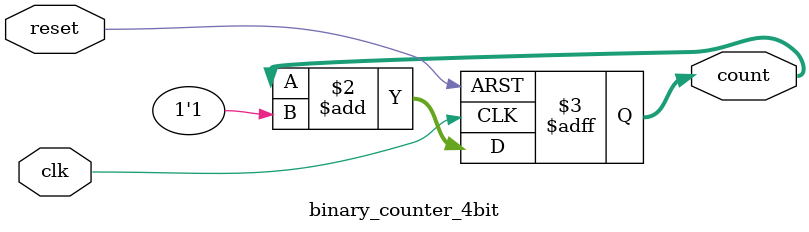
<source format=v>
module binary_counter_4bit (
    input wire clk,           // Clock signal
    input wire reset,         // Asynchronous reset
    output reg [3:0] count    // 4-bit binary count output
);

    // On rising edge of clk or reset, update count
    always @(posedge clk or posedge reset) begin
        if (reset) begin
            count <= 4'b0000; // Reset count to zero
        end else begin
            count <= count + 1'b1; // Increment count by 1
        end
    end

endmodule
</source>
